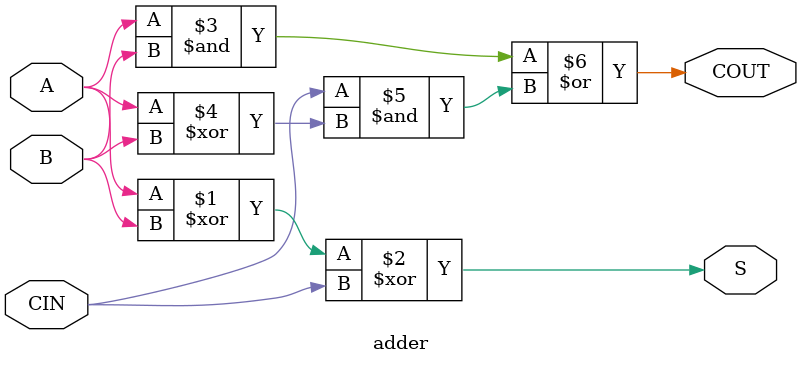
<source format=v>
`timescale 1ns / 1ps


module adder(
    input A, B, CIN,
    output S, COUT
    );
    assign S = A ^ B ^ CIN;
    assign COUT = (A & B) | (CIN & (A ^ B));
endmodule

</source>
